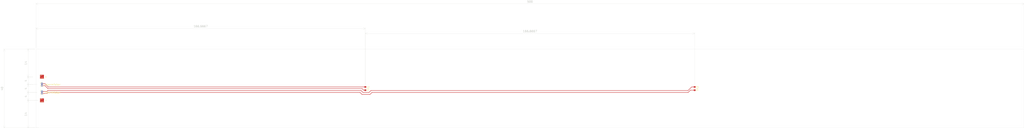
<source format=kicad_pcb>
(kicad_pcb (version 20241229) (generator "pcbnew") (generator_version "9.0")
  (layers (0 "F.Cu" signal) (2 "B.Cu" signal) (13 "F.Paste" user) (15 "B.Paste" user) (5 "F.SilkS" user "F.Silkscreen") (7 "B.SilkS" user "B.Silkscreen") (1 "F.Mask" user) (3 "B.Mask" user) (25 "Edge.Cuts" user))
  (net 0 "")
  (net 1 "Net-(J1-Pin_1)")
  (net 2 "Net-(J2-Pin_1)")
  (net 3 "Net-(J2-Pin_2)")
  (net 4 "Net-(J4-Pin_1)")
  (net 5 "Net-(J4-Pin_2)")
  (footprint "Resistor_SMD:R_0603_1608Metric" (layer "F.Cu") (at 83.33333 0 -90)
    (property "Reference" "TH2" (at 0 -1.43 90) (layer "F.SilkS"))
    (property "Value" "Thermistor_NTC" (hide yes))
    (fp_line (start -0.237258 0.5225) (end 0.237258 0.5225) (stroke (width 0.12)) (layer "F.SilkS"))
    (fp_line (start -0.237258 -0.5225) (end 0.237258 -0.5225) (stroke (width 0.12)) (layer "F.SilkS"))
    (pad "1" smd roundrect (at -0.825 0 270) (size 0.8 0.95) (layers "F.Cu" "F.Mask" "F.Paste") (net 4 "Net-(J4-Pin_1)"))
    (pad "2" smd roundrect (at 0.825 0 270) (size 0.8 0.95) (layers "F.Cu" "F.Mask" "F.Paste") (net 5 "Net-(J4-Pin_2)"))
  )
  (footprint "Connector_PinHeader_1.00mm:PinHeader_1x01_P1.00mm_Vertical" (layer "F.Cu") (at -247 6)
    (property "Reference" "J1" (hide yes))
    (property "Value" "-" (at 2 0 0) (layer "F.SilkS"))
    (fp_line (start -0.745 -0.735) (end 0 -0.735) (stroke (width 0.12)) (layer "F.SilkS"))
    (fp_line (start -0.745 0) (end -0.745 -0.735) (stroke (width 0.12)) (layer "F.SilkS"))
    (fp_line (start -0.745 0.735) (end -0.745 0.61) (stroke (width 0.12)) (layer "F.SilkS"))
    (fp_line (start -0.745 0.735) (end -0.685565 0.735) (stroke (width 0.12)) (layer "F.SilkS"))
    (fp_line (start -0.745 0.735) (end 0.745 0.735) (stroke (width 0.12)) (layer "F.SilkS"))
    (fp_line (start 0.685565 0.735) (end 0.745 0.735) (stroke (width 0.12)) (layer "F.SilkS"))
    (fp_line (start 0.745 0.735) (end 0.745 0.61) (stroke (width 0.12)) (layer "F.SilkS"))
    (pad "1" smd rect (at 0 0) (size 2 2) (layers "F.Cu" "F.Mask" "F.Paste") (net 1 "Net-(J1-Pin_1)"))
  )
  (footprint "Connector_PinHeader_1.00mm:PinHeader_1x01_P1.00mm_Vertical" (layer "F.Cu") (at -247 -6)
    (property "Reference" "J3" (hide yes))
    (property "Value" "+" (at 2 0 0) (layer "F.SilkS"))
    (fp_line (start -0.745 -0.735) (end 0 -0.735) (stroke (width 0.12)) (layer "F.SilkS"))
    (fp_line (start -0.745 0) (end -0.745 -0.735) (stroke (width 0.12)) (layer "F.SilkS"))
    (fp_line (start -0.745 0.735) (end -0.745 0.61) (stroke (width 0.12)) (layer "F.SilkS"))
    (fp_line (start -0.745 0.735) (end -0.685565 0.735) (stroke (width 0.12)) (layer "F.SilkS"))
    (fp_line (start -0.745 0.735) (end 0.745 0.735) (stroke (width 0.12)) (layer "F.SilkS"))
    (fp_line (start 0.685565 0.735) (end 0.745 0.735) (stroke (width 0.12)) (layer "F.SilkS"))
    (fp_line (start 0.745 0.735) (end 0.745 0.61) (stroke (width 0.12)) (layer "F.SilkS"))
    (pad "1" smd rect (at 0 0) (size 2 2) (layers "F.Cu" "F.Mask" "F.Paste") (net 1 "Net-(J1-Pin_1)"))
  )
  (footprint "Connector_PinHeader_1.00mm:PinHeader_1x02_P1.00mm_Vertical" (layer "F.Cu") (at -247 -2.5)
    (property "Reference" "J2" (hide yes))
    (property "Value" "thermistor" (at 5.5 0.5 0) (layer "F.SilkS"))
    (fp_line (start -0.745 -0.735) (end 0 -0.735) (stroke (width 0.12)) (layer "F.SilkS"))
    (fp_line (start -0.745 0) (end -0.745 -0.735) (stroke (width 0.12)) (layer "F.SilkS"))
    (fp_line (start -0.745 0.735) (end -0.745 1.61) (stroke (width 0.12)) (layer "F.SilkS"))
    (fp_line (start -0.745 0.735) (end -0.685565 0.735) (stroke (width 0.12)) (layer "F.SilkS"))
    (fp_line (start -0.745 1.61) (end -0.41003 1.61) (stroke (width 0.12)) (layer "F.SilkS"))
    (fp_line (start 0.41003 1.61) (end 0.745 1.61) (stroke (width 0.12)) (layer "F.SilkS"))
    (fp_line (start 0.685565 0.735) (end 0.745 0.735) (stroke (width 0.12)) (layer "F.SilkS"))
    (fp_line (start 0.745 0.735) (end 0.745 1.61) (stroke (width 0.12)) (layer "F.SilkS"))
    (pad "1" thru_hole rect (at 0 0) (size 0.85 0.85) (drill 0.5) (layers "*.Cu" "*.Mask") (net 2 "Net-(J2-Pin_1)"))
    (pad "2" thru_hole circle (at 0 1) (size 0.85 0.85) (drill 0.5) (layers "*.Cu" "*.Mask") (net 3 "Net-(J2-Pin_2)"))
  )
  (footprint "Connector_PinHeader_1.00mm:PinHeader_1x02_P1.00mm_Vertical" (layer "F.Cu") (at -247 1.5)
    (property "Reference" "J4" (hide yes))
    (property "Value" "thermistor" (at 5.5 0.5 0) (layer "F.SilkS"))
    (fp_line (start -0.745 -0.735) (end 0 -0.735) (stroke (width 0.12)) (layer "F.SilkS"))
    (fp_line (start -0.745 0) (end -0.745 -0.735) (stroke (width 0.12)) (layer "F.SilkS"))
    (fp_line (start -0.745 0.735) (end -0.745 1.61) (stroke (width 0.12)) (layer "F.SilkS"))
    (fp_line (start -0.745 0.735) (end -0.685565 0.735) (stroke (width 0.12)) (layer "F.SilkS"))
    (fp_line (start -0.745 1.61) (end -0.41003 1.61) (stroke (width 0.12)) (layer "F.SilkS"))
    (fp_line (start 0.41003 1.61) (end 0.745 1.61) (stroke (width 0.12)) (layer "F.SilkS"))
    (fp_line (start 0.685565 0.735) (end 0.745 0.735) (stroke (width 0.12)) (layer "F.SilkS"))
    (fp_line (start 0.745 0.735) (end 0.745 1.61) (stroke (width 0.12)) (layer "F.SilkS"))
    (pad "1" thru_hole rect (at 0 0) (size 0.85 0.85) (drill 0.5) (layers "*.Cu" "*.Mask") (net 4 "Net-(J4-Pin_1)"))
    (pad "2" thru_hole circle (at 0 1) (size 0.85 0.85) (drill 0.5) (layers "*.Cu" "*.Mask") (net 5 "Net-(J4-Pin_2)"))
  )
  (footprint "Resistor_SMD:R_0603_1608Metric" (layer "F.Cu") (at -83.33333 0 -90)
    (property "Reference" "TH1" (at 0 -1.43 90) (layer "F.SilkS"))
    (property "Value" "Thermistor_NTC" (hide yes))
    (fp_line (start -0.237258 0.5225) (end 0.237258 0.5225) (stroke (width 0.12)) (layer "F.SilkS"))
    (fp_line (start -0.237258 -0.5225) (end 0.237258 -0.5225) (stroke (width 0.12)) (layer "F.SilkS"))
    (pad "1" smd roundrect (at -0.825 0 270) (size 0.8 0.95) (layers "F.Cu" "F.Mask" "F.Paste") (net 2 "Net-(J2-Pin_1)"))
    (pad "2" smd roundrect (at 0.825 0 270) (size 0.8 0.95) (layers "F.Cu" "F.Mask" "F.Paste") (net 3 "Net-(J2-Pin_2)"))
  )
  (gr_rect (start -250 -20) (end 250 20) (stroke (width 0.05)) (fill no) (layer "Edge.Cuts"))
  (dimension (type orthogonal) (layer "Edge.Cuts") (pts (xy -83.33333 -1.48) (xy 83.33333 -1.48)) (height -26.52) (orientation 0) (format (prefix "") (suffix "") (units 3) (units_format 0) (precision 4) (suppress_zeroes yes)) (style (thickness 0.05) (arrow_length 1.27) (text_position_mode 0) (arrow_direction outward) (extension_height 0.58642) (extension_offset 0.5) (keep_text_aligned yes)) (gr_text "166.6667" (at 0 -29.15 0) (layer "Edge.Cuts") (effects (font (size 1 1) (thickness 0.15)))))
  (dimension (type orthogonal) (layer "Edge.Cuts") (pts (xy -250 -20) (xy -83.33333 -1.48)) (height -10.5) (orientation 0) (format (prefix "") (suffix "") (units 3) (units_format 0) (precision 4) (suppress_zeroes yes)) (style (thickness 0.05) (arrow_length 1.27) (text_position_mode 0) (arrow_direction outward) (extension_height 0.58642) (extension_offset 0.5) (keep_text_aligned yes)) (gr_text "166.6667" (at -166.666665 -31.65 0) (layer "Edge.Cuts") (effects (font (size 1 1) (thickness 0.15)))))
  (dimension (type orthogonal) (layer "Edge.Cuts") (pts (xy 250 -20) (xy -250 -20)) (height -23) (orientation 0) (format (prefix "") (suffix "") (units 3) (units_format 0) (precision 4) (suppress_zeroes yes)) (style (thickness 0.05) (arrow_length 1.27) (text_position_mode 0) (arrow_direction outward) (extension_height 0.58642) (extension_offset 0.5) (keep_text_aligned yes)) (gr_text "500" (at 0 -44.15 0) (layer "Edge.Cuts") (effects (font (size 1 1) (thickness 0.15)))))
  (dimension (type orthogonal) (layer "Edge.Cuts") (pts (xy -250 -20) (xy -250 20)) (height -16) (orientation 1) (format (prefix "") (suffix "") (units 3) (units_format 0) (precision 4) (suppress_zeroes yes)) (style (thickness 0.05) (arrow_length 1.27) (text_position_mode 0) (arrow_direction outward) (extension_height 0.58642) (extension_offset 0.5) (keep_text_aligned yes)) (gr_text "40" (at -267.15 0 90) (layer "Edge.Cuts") (effects (font (size 1 1) (thickness 0.15)))))
  (dimension (type orthogonal) (layer "Edge.Cuts") (pts (xy -248.14 6) (xy -248.14 20)) (height -5.86) (orientation 1) (format (prefix "") (suffix "") (units 3) (units_format 0) (precision 4) (suppress_zeroes yes)) (style (thickness 0.05) (arrow_length 1.27) (text_position_mode 0) (arrow_direction outward) (extension_height 0.58642) (extension_offset 0.5) (keep_text_aligned yes)) (gr_text "14" (at -255.15 13 90) (layer "Edge.Cuts") (effects (font (size 1 1) (thickness 0.15)))))
  (dimension (type orthogonal) (layer "Edge.Cuts") (pts (xy -251 -6) (xy -250 -20)) (height -3) (orientation 1) (format (prefix "") (suffix "") (units 3) (units_format 0) (precision 4) (suppress_zeroes yes)) (style (thickness 0.05) (arrow_length 1.27) (text_position_mode 0) (arrow_direction outward) (extension_height 0.58642) (extension_offset 0.5) (keep_text_aligned yes)) (gr_text "14" (at -255.15 -13 90) (layer "Edge.Cuts") (effects (font (size 1 1) (thickness 0.15)))))
  (dimension (type orthogonal) (layer "Edge.Cuts") (pts (xy -251 -6) (xy -251 -2)) (height -3) (orientation 1) (format (prefix "") (suffix "") (units 3) (units_format 0) (precision 4) (suppress_zeroes yes)) (style (thickness 0.05) (arrow_length 1.27) (text_position_mode 0) (arrow_direction outward) (extension_height 0.58642) (extension_offset 0.5) (keep_text_aligned yes)) (gr_text "4" (at -255.15 -4 90) (layer "Edge.Cuts") (effects (font (size 1 1) (thickness 0.15)))))
  (dimension (type orthogonal) (layer "Edge.Cuts") (pts (xy -249 2) (xy -248.5 6)) (height -5) (orientation 1) (format (prefix "") (suffix "") (units 3) (units_format 0) (precision 4) (suppress_zeroes yes)) (style (thickness 0.05) (arrow_length 1.27) (text_position_mode 0) (arrow_direction outward) (extension_height 0.58642) (extension_offset 0.5) (keep_text_aligned yes)) (gr_text "4" (at -255.15 4 90) (layer "Edge.Cuts") (effects (font (size 1 1) (thickness 0.15)))))
  (dimension (type orthogonal) (layer "Edge.Cuts") (pts (xy -249 -2) (xy -249 2)) (height -5) (orientation 1) (format (prefix "") (suffix "") (units 3) (units_format 0) (precision 4) (suppress_zeroes yes)) (style (thickness 0.05) (arrow_length 1.27) (text_position_mode 0) (arrow_direction outward) (extension_height 0.58642) (extension_offset 0.5) (keep_text_aligned yes)) (gr_text "4" (at -255.15 0 90) (layer "Edge.Cuts") (effects (font (size 1 1) (thickness 0.15)))))
  (segment (start -83.33333 -0.825) (end -243.825 -0.825) (width 0.2) (layer "F.Cu") (net 2))
  (segment (start -245.5 -2.5) (end -247 -2.5) (width 0.2) (layer "F.Cu") (net 2))
  (segment (start -243.825 -0.825) (end -245.5 -2.5) (width 0.2) (layer "F.Cu") (net 2))
  (segment (start -84.175 0.825) (end -83.33333 0.825) (width 0.2) (layer "F.Cu") (net 3))
  (segment (start -244 0) (end -85 0) (width 0.2) (layer "F.Cu") (net 3))
  (segment (start -247 -1.5) (end -245.5 -1.5) (width 0.2) (layer "F.Cu") (net 3))
  (segment (start -85 0) (end -84.175 0.825) (width 0.2) (layer "F.Cu") (net 3))
  (segment (start -245.5 -1.5) (end -244 0) (width 0.2) (layer "F.Cu") (net 3))
  (segment (start -244 1) (end -85.5 1) (width 0.2) (layer "F.Cu") (net 4))
  (segment (start -81.5 2) (end -80.5 1) (width 0.2) (layer "F.Cu") (net 4))
  (segment (start -85.5 1) (end -84.5 2) (width 0.2) (layer "F.Cu") (net 4))
  (segment (start -80.5 1) (end 80 1) (width 0.2) (layer "F.Cu") (net 4))
  (segment (start -247 1.5) (end -244.5 1.5) (width 0.2) (layer "F.Cu") (net 4))
  (segment (start 80 1) (end 81.825 -0.825) (width 0.2) (layer "F.Cu") (net 4))
  (segment (start -84.5 2) (end -81.5 2) (width 0.2) (layer "F.Cu") (net 4))
  (segment (start 81.825 -0.825) (end 83.33333 -0.825) (width 0.2) (layer "F.Cu") (net 4))
  (segment (start -244.5 1.5) (end -244 1) (width 0.2) (layer "F.Cu") (net 4))
  (segment (start -85 3) (end -86 2) (width 0.2) (layer "F.Cu") (net 5))
  (segment (start -244.5 2.5) (end -247 2.5) (width 0.2) (layer "F.Cu") (net 5))
  (segment (start -86 2) (end -244 2) (width 0.2) (layer "F.Cu") (net 5))
  (segment (start 80 2) (end -80 2) (width 0.2) (layer "F.Cu") (net 5))
  (segment (start 81.175 0.825) (end 80 2) (width 0.2) (layer "F.Cu") (net 5))
  (segment (start -244 2) (end -244.5 2.5) (width 0.2) (layer "F.Cu") (net 5))
  (segment (start 83.33333 0.825) (end 81.175 0.825) (width 0.2) (layer "F.Cu") (net 5))
  (segment (start -81 3) (end -85 3) (width 0.2) (layer "F.Cu") (net 5))
  (segment (start -80 2) (end -81 3) (width 0.2) (layer "F.Cu") (net 5))
)
</source>
